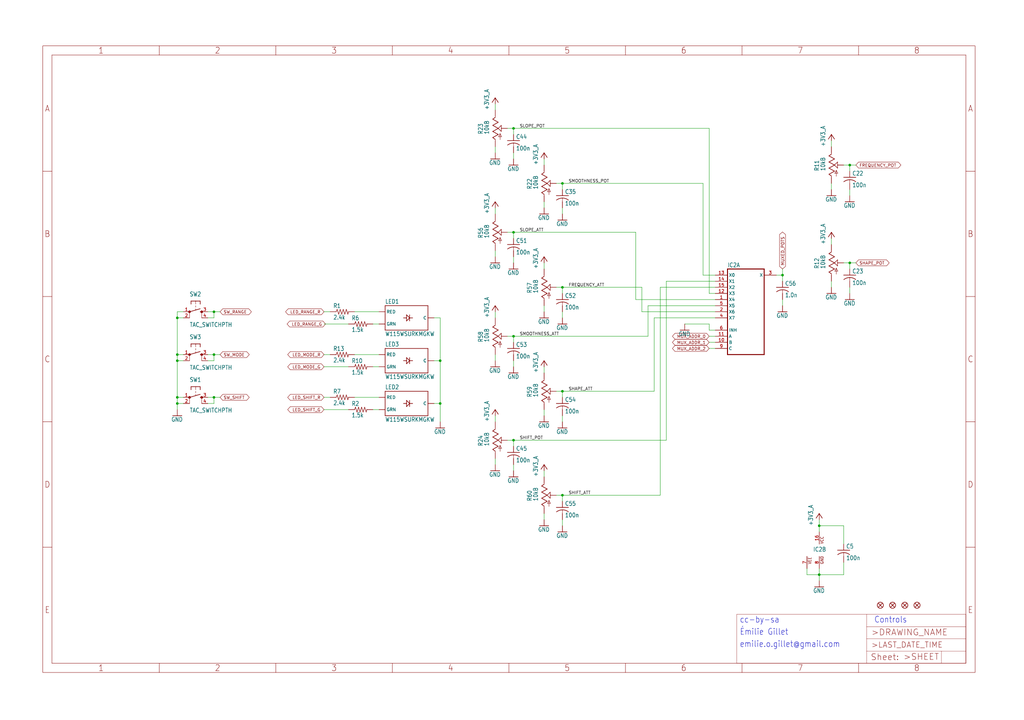
<source format=kicad_sch>
(kicad_sch (version 20211123) (generator eeschema)
  (paper "User" 425.45 299.161)
  (lib_symbols
    (symbol "tides-eagle-import:+3V3_A" (power)
      (property "Value" "+3V3_A" (at -2.54 -5.08 90))
      (symbol "+3V3_A_1_0"
        (polyline (pts (xy 0 0) (xy -1.27 -1.905)) (stroke (width 0.254)))
        (polyline (pts (xy 1.27 -1.905) (xy 0 0)) (stroke (width 0.254)))
        (pin power_in line (at 0 -2.54 90) (length 2.54) (name "+3V3_A") (number "1"))
      )
    )
    (symbol "tides-eagle-import:4051PW"
      (property "Reference" "IC" (at -2.54 -0.635 0))
      (symbol "4051PW_1_0"
        (polyline (pts (xy -7.62 -17.78) (xy 7.62 -17.78)) (stroke (width 0.4064)))
        (polyline (pts (xy -7.62 17.78) (xy -7.62 -17.78)) (stroke (width 0.4064)))
        (polyline (pts (xy 7.62 -17.78) (xy 7.62 17.78)) (stroke (width 0.4064)))
        (polyline (pts (xy 7.62 17.78) (xy -7.62 17.78)) (stroke (width 0.4064)))
        (pin bidirectional line (at -12.7 5.08 0) (length 5.08) (name "X4") (number "1"))
        (pin input line (at -12.7 -12.7 0) (length 5.08) (name "B") (number "10"))
        (pin input line (at -12.7 -10.16 0) (length 5.08) (name "A") (number "11"))
        (pin bidirectional line (at -12.7 7.62 0) (length 5.08) (name "X3") (number "12"))
        (pin bidirectional line (at -12.7 15.24 0) (length 5.08) (name "X0") (number "13"))
        (pin bidirectional line (at -12.7 12.7 0) (length 5.08) (name "X1") (number "14"))
        (pin bidirectional line (at -12.7 10.16 0) (length 5.08) (name "X2") (number "15"))
        (pin bidirectional line (at -12.7 0 0) (length 5.08) (name "X6") (number "2"))
        (pin bidirectional line (at 12.7 15.24 180) (length 5.08) (name "X") (number "3"))
        (pin bidirectional line (at -12.7 -2.54 0) (length 5.08) (name "X7") (number "4"))
        (pin bidirectional line (at -12.7 2.54 0) (length 5.08) (name "X5") (number "5"))
        (pin input line (at -12.7 -7.62 0) (length 5.08) (name "INH") (number "6"))
        (pin input line (at -12.7 -15.24 0) (length 5.08) (name "C") (number "9"))
      )
      (symbol "4051PW_2_0"
        (text "GND" (at 1.905 -5.842 900) (effects (font (size 1.27 1.0795)) (justify left bottom)))
        (text "VCC" (at 1.905 2.54 900) (effects (font (size 1.27 1.0795)) (justify left bottom)))
        (text "VEE" (at -3.175 -5.842 900) (effects (font (size 1.27 1.0795)) (justify left bottom)))
        (pin power_in line (at 0 7.62 270) (length 5.08) (name "VCC") (number "16"))
        (pin power_in line (at -5.08 -7.62 90) (length 5.08) (name "VEE") (number "7"))
        (pin power_in line (at 0 -7.62 90) (length 5.08) (name "GND") (number "8"))
      )
    )
    (symbol "tides-eagle-import:A3L-LOC"
      (symbol "A3L-LOC_1_0"
        (polyline (pts (xy 0 52.07) (xy 3.81 52.07)))
        (polyline (pts (xy 0 104.14) (xy 3.81 104.14)))
        (polyline (pts (xy 0 156.21) (xy 3.81 156.21)))
        (polyline (pts (xy 0 208.28) (xy 3.81 208.28)))
        (polyline (pts (xy 3.81 3.81) (xy 3.81 256.54)))
        (polyline (pts (xy 48.4188 0) (xy 48.4188 3.81)))
        (polyline (pts (xy 48.4188 256.54) (xy 48.4188 260.35)))
        (polyline (pts (xy 96.8375 0) (xy 96.8375 3.81)))
        (polyline (pts (xy 96.8375 256.54) (xy 96.8375 260.35)))
        (polyline (pts (xy 145.2563 0) (xy 145.2563 3.81)))
        (polyline (pts (xy 145.2563 256.54) (xy 145.2563 260.35)))
        (polyline (pts (xy 193.675 0) (xy 193.675 3.81)))
        (polyline (pts (xy 193.675 256.54) (xy 193.675 260.35)))
        (polyline (pts (xy 242.0938 0) (xy 242.0938 3.81)))
        (polyline (pts (xy 242.0938 256.54) (xy 242.0938 260.35)))
        (polyline (pts (xy 288.29 3.81) (xy 288.29 24.13)) (stroke (width 0.1016)))
        (polyline (pts (xy 288.29 3.81) (xy 342.265 3.81)) (stroke (width 0.1016)))
        (polyline (pts (xy 288.29 24.13) (xy 342.265 24.13)) (stroke (width 0.1016)))
        (polyline (pts (xy 290.5125 0) (xy 290.5125 3.81)))
        (polyline (pts (xy 290.5125 256.54) (xy 290.5125 260.35)))
        (polyline (pts (xy 338.9313 0) (xy 338.9313 3.81)))
        (polyline (pts (xy 338.9313 256.54) (xy 338.9313 260.35)))
        (polyline (pts (xy 342.265 3.81) (xy 373.38 3.81)) (stroke (width 0.1016)))
        (polyline (pts (xy 342.265 8.89) (xy 342.265 3.81)) (stroke (width 0.1016)))
        (polyline (pts (xy 342.265 8.89) (xy 342.265 13.97)) (stroke (width 0.1016)))
        (polyline (pts (xy 342.265 13.97) (xy 342.265 19.05)) (stroke (width 0.1016)))
        (polyline (pts (xy 342.265 13.97) (xy 383.54 13.97)) (stroke (width 0.1016)))
        (polyline (pts (xy 342.265 19.05) (xy 342.265 24.13)) (stroke (width 0.1016)))
        (polyline (pts (xy 342.265 19.05) (xy 383.54 19.05)) (stroke (width 0.1016)))
        (polyline (pts (xy 342.265 24.13) (xy 383.54 24.13)) (stroke (width 0.1016)))
        (polyline (pts (xy 373.38 3.81) (xy 373.38 8.89)) (stroke (width 0.1016)))
        (polyline (pts (xy 373.38 3.81) (xy 383.54 3.81)) (stroke (width 0.1016)))
        (polyline (pts (xy 373.38 8.89) (xy 342.265 8.89)) (stroke (width 0.1016)))
        (polyline (pts (xy 373.38 8.89) (xy 383.54 8.89)) (stroke (width 0.1016)))
        (polyline (pts (xy 383.54 3.81) (xy 3.81 3.81)))
        (polyline (pts (xy 383.54 3.81) (xy 383.54 8.89)) (stroke (width 0.1016)))
        (polyline (pts (xy 383.54 3.81) (xy 383.54 256.54)))
        (polyline (pts (xy 383.54 8.89) (xy 383.54 13.97)) (stroke (width 0.1016)))
        (polyline (pts (xy 383.54 13.97) (xy 383.54 19.05)) (stroke (width 0.1016)))
        (polyline (pts (xy 383.54 19.05) (xy 383.54 24.13)) (stroke (width 0.1016)))
        (polyline (pts (xy 383.54 52.07) (xy 387.35 52.07)))
        (polyline (pts (xy 383.54 104.14) (xy 387.35 104.14)))
        (polyline (pts (xy 383.54 156.21) (xy 387.35 156.21)))
        (polyline (pts (xy 383.54 208.28) (xy 387.35 208.28)))
        (polyline (pts (xy 383.54 256.54) (xy 3.81 256.54)))
        (polyline (pts (xy 0 0) (xy 387.35 0) (xy 387.35 260.35) (xy 0 260.35) (xy 0 0)))
        (text "1" (at 24.2094 1.905 0) (effects (font (size 2.54 2.286))))
        (text "1" (at 24.2094 258.445 0) (effects (font (size 2.54 2.286))))
        (text "2" (at 72.6281 1.905 0) (effects (font (size 2.54 2.286))))
        (text "2" (at 72.6281 258.445 0) (effects (font (size 2.54 2.286))))
        (text "3" (at 121.0469 1.905 0) (effects (font (size 2.54 2.286))))
        (text "3" (at 121.0469 258.445 0) (effects (font (size 2.54 2.286))))
        (text "4" (at 169.4656 1.905 0) (effects (font (size 2.54 2.286))))
        (text "4" (at 169.4656 258.445 0) (effects (font (size 2.54 2.286))))
        (text "5" (at 217.8844 1.905 0) (effects (font (size 2.54 2.286))))
        (text "5" (at 217.8844 258.445 0) (effects (font (size 2.54 2.286))))
        (text "6" (at 266.3031 1.905 0) (effects (font (size 2.54 2.286))))
        (text "6" (at 266.3031 258.445 0) (effects (font (size 2.54 2.286))))
        (text "7" (at 314.7219 1.905 0) (effects (font (size 2.54 2.286))))
        (text "7" (at 314.7219 258.445 0) (effects (font (size 2.54 2.286))))
        (text "8" (at 363.1406 1.905 0) (effects (font (size 2.54 2.286))))
        (text "8" (at 363.1406 258.445 0) (effects (font (size 2.54 2.286))))
        (text ">DRAWING_NAME" (at 344.17 15.24 0) (effects (font (size 2.54 2.54)) (justify left bottom)))
        (text ">LAST_DATE_TIME" (at 344.17 10.16 0) (effects (font (size 2.286 2.286)) (justify left bottom)))
        (text ">SHEET" (at 357.505 5.08 0) (effects (font (size 2.54 2.54)) (justify left bottom)))
        (text "A" (at 1.905 234.315 0) (effects (font (size 2.54 2.286))))
        (text "A" (at 385.445 234.315 0) (effects (font (size 2.54 2.286))))
        (text "B" (at 1.905 182.245 0) (effects (font (size 2.54 2.286))))
        (text "B" (at 385.445 182.245 0) (effects (font (size 2.54 2.286))))
        (text "C" (at 1.905 130.175 0) (effects (font (size 2.54 2.286))))
        (text "C" (at 385.445 130.175 0) (effects (font (size 2.54 2.286))))
        (text "D" (at 1.905 78.105 0) (effects (font (size 2.54 2.286))))
        (text "D" (at 385.445 78.105 0) (effects (font (size 2.54 2.286))))
        (text "E" (at 1.905 26.035 0) (effects (font (size 2.54 2.286))))
        (text "E" (at 385.445 26.035 0) (effects (font (size 2.54 2.286))))
        (text "Sheet:" (at 343.916 4.953 0) (effects (font (size 2.54 2.54)) (justify left bottom)))
      )
    )
    (symbol "tides-eagle-import:C-USC0402"
      (property "Reference" "C" (at 1.016 0.635 0))
      (property "Value" "C-USC0402" (at 1.016 -4.191 0))
      (symbol "C-USC0402_1_0"
        (arc (start 0 -1.0161) (mid -1.302 -1.2303) (end -2.4668 -1.8504) (stroke (width 0.254)))
        (polyline (pts (xy -2.54 0) (xy 2.54 0)) (stroke (width 0.254)))
        (polyline (pts (xy 0 -1.016) (xy 0 -2.54)) (stroke (width 0.1524)))
        (arc (start 2.4892 -1.8542) (mid 1.3158 -1.2195) (end 0 -1) (stroke (width 0.254)))
        (pin passive line (at 0 2.54 270) (length 2.54) (name "1") (number "1"))
        (pin passive line (at 0 -5.08 90) (length 2.54) (name "2") (number "2"))
      )
    )
    (symbol "tides-eagle-import:FIDUCIAL1X2"
      (symbol "FIDUCIAL1X2_1_0"
        (polyline (pts (xy -0.762 0.762) (xy 0.762 -0.762)) (stroke (width 0.254)))
        (polyline (pts (xy 0.762 0.762) (xy -0.762 -0.762)) (stroke (width 0.254)))
        (circle (center 0 0) (radius 1.27) (stroke (width 0.254)))
      )
    )
    (symbol "tides-eagle-import:GND" (power)
      (property "Value" "GND" (at -2.54 -2.54 0))
      (symbol "GND_1_0"
        (polyline (pts (xy -1.905 0) (xy 1.905 0)) (stroke (width 0.254)))
        (pin power_in line (at 0 2.54 270) (length 2.54) (name "GND") (number "1"))
      )
    )
    (symbol "tides-eagle-import:LED-BICOLOR-THROUGHHOLE2.54"
      (property "Reference" "LED" (at -7.62 5.842 0))
      (property "Value" "LED-BICOLOR-THROUGHHOLE2.54" (at -7.62 -7.62 0))
      (symbol "LED-BICOLOR-THROUGHHOLE2.54_1_0"
        (polyline (pts (xy -7.62 -5.08) (xy -7.62 5.08)) (stroke (width 0.254)))
        (polyline (pts (xy -7.62 5.08) (xy 10.16 5.08)) (stroke (width 0.254)))
        (polyline (pts (xy 1.27 -1.27) (xy 2.54 0)) (stroke (width 0.254)))
        (polyline (pts (xy 1.27 0) (xy 0 0)) (stroke (width 0.254)))
        (polyline (pts (xy 1.27 0) (xy 1.27 -1.27)) (stroke (width 0.254)))
        (polyline (pts (xy 1.27 1.27) (xy 1.27 0)) (stroke (width 0.254)))
        (polyline (pts (xy 2.54 0) (xy 1.27 1.27)) (stroke (width 0.254)))
        (polyline (pts (xy 2.54 0) (xy 2.54 -1.27)) (stroke (width 0.254)))
        (polyline (pts (xy 2.54 0) (xy 3.81 0)) (stroke (width 0.254)))
        (polyline (pts (xy 2.54 1.27) (xy 2.54 0)) (stroke (width 0.254)))
        (polyline (pts (xy 10.16 -5.08) (xy -7.62 -5.08)) (stroke (width 0.254)))
        (polyline (pts (xy 10.16 5.08) (xy 10.16 -5.08)) (stroke (width 0.254)))
        (pin bidirectional line (at -10.16 -2.54 0) (length 2.54) (name "GRN") (number "1"))
        (pin bidirectional line (at 12.7 0 180) (length 2.54) (name "C") (number "2"))
        (pin bidirectional line (at -10.16 2.54 0) (length 2.54) (name "RED") (number "3"))
      )
    )
    (symbol "tides-eagle-import:POT_USVERTICAL"
      (property "Reference" "R" (at -5.08 -2.54 90))
      (property "Value" "POT_USVERTICAL" (at -2.54 -2.54 90))
      (symbol "POT_USVERTICAL_1_0"
        (polyline (pts (xy -1.016 -3.81) (xy 1.27 -2.54)) (stroke (width 0.254)))
        (polyline (pts (xy -1.016 -1.27) (xy 1.27 0)) (stroke (width 0.254)))
        (polyline (pts (xy -1.016 1.27) (xy 1.27 2.54)) (stroke (width 0.254)))
        (polyline (pts (xy -1.016 3.81) (xy 0 4.572)) (stroke (width 0.254)))
        (polyline (pts (xy 0 -5.08) (xy 0 -4.572)) (stroke (width 0.1524)))
        (polyline (pts (xy 0 -4.572) (xy -1.016 -3.81)) (stroke (width 0.254)))
        (polyline (pts (xy 0 4.572) (xy 0 5.08)) (stroke (width 0.1524)))
        (polyline (pts (xy 1.27 -2.54) (xy -1.016 -1.27)) (stroke (width 0.254)))
        (polyline (pts (xy 1.27 0) (xy -1.016 1.27)) (stroke (width 0.254)))
        (polyline (pts (xy 1.27 0) (xy 2.54 1.27)) (stroke (width 0.2032)))
        (polyline (pts (xy 1.27 2.54) (xy -1.016 3.81)) (stroke (width 0.254)))
        (polyline (pts (xy 1.397 -3.429) (xy 2.032 -2.159)) (stroke (width 0.1524)))
        (polyline (pts (xy 2.032 -4.699) (xy 2.032 -2.159)) (stroke (width 0.1524)))
        (polyline (pts (xy 2.032 -2.159) (xy 2.667 -3.429)) (stroke (width 0.1524)))
        (polyline (pts (xy 2.54 -1.27) (xy 1.27 0)) (stroke (width 0.2032)))
        (polyline (pts (xy 2.54 1.27) (xy 2.54 -1.27)) (stroke (width 0.2032)))
        (polyline (pts (xy 2.667 -3.429) (xy 1.397 -3.429)) (stroke (width 0.1524)))
        (pin passive line (at 0 7.62 270) (length 2.54) (name "E") (number "P$1"))
        (pin passive line (at 5.08 0 180) (length 2.54) (name "S") (number "P$2"))
        (pin passive line (at 0 -7.62 90) (length 2.54) (name "A") (number "P$3"))
      )
    )
    (symbol "tides-eagle-import:POT_USVERTICAL_PS"
      (property "Reference" "R" (at -5.08 -2.54 90))
      (property "Value" "POT_USVERTICAL_PS" (at -2.54 -2.54 90))
      (symbol "POT_USVERTICAL_PS_1_0"
        (polyline (pts (xy -1.016 -3.81) (xy 1.27 -2.54)) (stroke (width 0.254)))
        (polyline (pts (xy -1.016 -1.27) (xy 1.27 0)) (stroke (width 0.254)))
        (polyline (pts (xy -1.016 1.27) (xy 1.27 2.54)) (stroke (width 0.254)))
        (polyline (pts (xy -1.016 3.81) (xy 0 4.572)) (stroke (width 0.254)))
        (polyline (pts (xy 0 -5.08) (xy 0 -4.572)) (stroke (width 0.1524)))
        (polyline (pts (xy 0 -4.572) (xy -1.016 -3.81)) (stroke (width 0.254)))
        (polyline (pts (xy 0 4.572) (xy 0 5.08)) (stroke (width 0.1524)))
        (polyline (pts (xy 1.27 -2.54) (xy -1.016 -1.27)) (stroke (width 0.254)))
        (polyline (pts (xy 1.27 0) (xy -1.016 1.27)) (stroke (width 0.254)))
        (polyline (pts (xy 1.27 0) (xy 2.54 1.27)) (stroke (width 0.2032)))
        (polyline (pts (xy 1.27 2.54) (xy -1.016 3.81)) (stroke (width 0.254)))
        (polyline (pts (xy 1.397 -3.429) (xy 2.032 -2.159)) (stroke (width 0.1524)))
        (polyline (pts (xy 2.032 -4.699) (xy 2.032 -2.159)) (stroke (width 0.1524)))
        (polyline (pts (xy 2.032 -2.159) (xy 2.667 -3.429)) (stroke (width 0.1524)))
        (polyline (pts (xy 2.54 -1.27) (xy 1.27 0)) (stroke (width 0.2032)))
        (polyline (pts (xy 2.54 1.27) (xy 2.54 -1.27)) (stroke (width 0.2032)))
        (polyline (pts (xy 2.667 -3.429) (xy 1.397 -3.429)) (stroke (width 0.1524)))
        (pin passive line (at 0 7.62 270) (length 2.54) (name "E") (number "P$1"))
        (pin passive line (at 5.08 0 180) (length 2.54) (name "S") (number "P$2"))
        (pin passive line (at 0 -7.62 90) (length 2.54) (name "A") (number "P$3"))
      )
    )
    (symbol "tides-eagle-import:R-US_R0402"
      (property "Reference" "R" (at -3.81 1.4986 0))
      (property "Value" "R-US_R0402" (at -3.81 -3.302 0))
      (symbol "R-US_R0402_1_0"
        (polyline (pts (xy -2.54 0) (xy -2.159 1.016)) (stroke (width 0.2032)))
        (polyline (pts (xy -2.159 1.016) (xy -1.524 -1.016)) (stroke (width 0.2032)))
        (polyline (pts (xy -1.524 -1.016) (xy -0.889 1.016)) (stroke (width 0.2032)))
        (polyline (pts (xy -0.889 1.016) (xy -0.254 -1.016)) (stroke (width 0.2032)))
        (polyline (pts (xy -0.254 -1.016) (xy 0.381 1.016)) (stroke (width 0.2032)))
        (polyline (pts (xy 0.381 1.016) (xy 1.016 -1.016)) (stroke (width 0.2032)))
        (polyline (pts (xy 1.016 -1.016) (xy 1.651 1.016)) (stroke (width 0.2032)))
        (polyline (pts (xy 1.651 1.016) (xy 2.286 -1.016)) (stroke (width 0.2032)))
        (polyline (pts (xy 2.286 -1.016) (xy 2.54 0)) (stroke (width 0.2032)))
        (pin passive line (at -5.08 0 0) (length 2.54) (name "1") (number "1"))
        (pin passive line (at 5.08 0 180) (length 2.54) (name "2") (number "2"))
      )
    )
    (symbol "tides-eagle-import:TAC_SWITCHPTH"
      (property "Reference" "S" (at -2.54 6.35 0))
      (property "Value" "TAC_SWITCHPTH" (at -2.54 -6.35 0))
      (symbol "TAC_SWITCHPTH_1_0"
        (circle (center -2.54 0) (radius 0.127) (stroke (width 0.4064)))
        (polyline (pts (xy -2.54 -2.54) (xy -2.54 0)) (stroke (width 0.1524)))
        (polyline (pts (xy -2.54 0) (xy 1.905 1.27)) (stroke (width 0.254)))
        (polyline (pts (xy -1.905 4.445) (xy -1.905 3.175)) (stroke (width 0.254)))
        (polyline (pts (xy 0 1.27) (xy 0 0.635)) (stroke (width 0.1524)))
        (polyline (pts (xy 0 2.54) (xy 0 1.905)) (stroke (width 0.1524)))
        (polyline (pts (xy 0 4.445) (xy -1.905 4.445)) (stroke (width 0.254)))
        (polyline (pts (xy 0 4.445) (xy 0 3.175)) (stroke (width 0.1524)))
        (polyline (pts (xy 1.905 0) (xy 2.54 0)) (stroke (width 0.254)))
        (polyline (pts (xy 1.905 4.445) (xy 0 4.445)) (stroke (width 0.254)))
        (polyline (pts (xy 1.905 4.445) (xy 1.905 3.175)) (stroke (width 0.254)))
        (polyline (pts (xy 2.54 -2.54) (xy 2.54 0)) (stroke (width 0.1524)))
        (circle (center 2.54 0) (radius 0.127) (stroke (width 0.4064)))
        (pin passive line (at -5.08 0 0) (length 2.54) (name "1") (number "1"))
        (pin passive line (at -5.08 -2.54 0) (length 2.54) (name "2") (number "2"))
        (pin passive line (at 5.08 0 180) (length 2.54) (name "3") (number "3"))
        (pin passive line (at 5.08 -2.54 180) (length 2.54) (name "4") (number "4"))
      )
    )
  )
  (junction (at 340.36 218.44))
  (junction (at 353.06 68.58))
  (junction (at 233.68 76.2))
  (junction (at 73.66 149.86))
  (junction (at 353.06 109.22))
  (junction (at 213.36 96.52))
  (junction (at 213.36 182.88))
  (junction (at 88.9 129.54))
  (junction (at 213.36 53.34))
  (junction (at 233.68 162.56))
  (junction (at 73.66 132.08))
  (junction (at 88.9 165.1))
  (junction (at 233.68 205.74))
  (junction (at 182.88 167.64))
  (junction (at 325.12 114.3))
  (junction (at 73.66 147.32))
  (junction (at 88.9 147.32))
  (junction (at 73.66 165.1))
  (junction (at 213.36 139.7))
  (junction (at 233.68 119.38))
  (junction (at 340.36 238.76))
  (junction (at 182.88 149.86))
  (junction (at 73.66 167.64))
  (wire (pts (xy 86.36 167.64) (xy 88.9 167.64)))
  (wire (pts (xy 233.68 78.74) (xy 233.68 76.2)))
  (wire (pts (xy 231.14 162.56) (xy 233.68 162.56)))
  (wire (pts (xy 182.88 175.26) (xy 182.88 167.64)))
  (wire (pts (xy 76.2 147.32) (xy 73.66 147.32)))
  (wire (pts (xy 226.06 111.76) (xy 226.06 109.22)))
  (wire (pts (xy 335.28 236.22) (xy 335.28 238.76)))
  (wire (pts (xy 264.16 96.52) (xy 264.16 124.46)))
  (wire (pts (xy 233.68 121.92) (xy 233.68 119.38)))
  (wire (pts (xy 134.62 134.62) (xy 144.78 134.62)))
  (wire (pts (xy 205.74 132.08) (xy 205.74 129.54)))
  (wire (pts (xy 292.1 76.2) (xy 292.1 114.3)))
  (wire (pts (xy 292.1 114.3) (xy 297.18 114.3)))
  (wire (pts (xy 213.36 139.7) (xy 269.24 139.7)))
  (wire (pts (xy 353.06 71.12) (xy 353.06 68.58)))
  (wire (pts (xy 86.36 132.08) (xy 88.9 132.08)))
  (wire (pts (xy 226.06 154.94) (xy 226.06 152.4)))
  (wire (pts (xy 264.16 124.46) (xy 297.18 124.46)))
  (wire (pts (xy 226.06 127) (xy 226.06 129.54)))
  (wire (pts (xy 88.9 147.32) (xy 91.44 147.32)))
  (wire (pts (xy 340.36 218.44) (xy 340.36 215.9)))
  (wire (pts (xy 88.9 165.1) (xy 91.44 165.1)))
  (wire (pts (xy 233.68 76.2) (xy 292.1 76.2)))
  (wire (pts (xy 325.12 124.46) (xy 325.12 127)))
  (wire (pts (xy 205.74 45.72) (xy 205.74 43.18)))
  (wire (pts (xy 340.36 238.76) (xy 350.52 238.76)))
  (wire (pts (xy 147.32 147.32) (xy 157.48 147.32)))
  (wire (pts (xy 137.16 165.1) (xy 134.62 165.1)))
  (wire (pts (xy 210.82 139.7) (xy 213.36 139.7)))
  (wire (pts (xy 226.06 198.12) (xy 226.06 195.58)))
  (wire (pts (xy 147.32 165.1) (xy 157.48 165.1)))
  (wire (pts (xy 294.64 121.92) (xy 297.18 121.92)))
  (wire (pts (xy 233.68 172.72) (xy 233.68 175.26)))
  (wire (pts (xy 213.36 149.86) (xy 213.36 152.4)))
  (wire (pts (xy 213.36 53.34) (xy 294.64 53.34)))
  (wire (pts (xy 345.44 60.96) (xy 345.44 58.42)))
  (wire (pts (xy 350.52 218.44) (xy 350.52 226.06)))
  (wire (pts (xy 297.18 142.24) (xy 294.64 142.24)))
  (wire (pts (xy 276.86 182.88) (xy 276.86 116.84)))
  (wire (pts (xy 73.66 167.64) (xy 73.66 170.18)))
  (wire (pts (xy 73.66 167.64) (xy 76.2 167.64)))
  (wire (pts (xy 137.16 129.54) (xy 134.62 129.54)))
  (wire (pts (xy 350.52 218.44) (xy 340.36 218.44)))
  (wire (pts (xy 88.9 167.64) (xy 88.9 165.1)))
  (wire (pts (xy 134.62 170.18) (xy 144.78 170.18)))
  (wire (pts (xy 345.44 101.6) (xy 345.44 99.06)))
  (wire (pts (xy 213.36 55.88) (xy 213.36 53.34)))
  (wire (pts (xy 86.36 165.1) (xy 88.9 165.1)))
  (wire (pts (xy 147.32 129.54) (xy 157.48 129.54)))
  (wire (pts (xy 213.36 142.24) (xy 213.36 139.7)))
  (wire (pts (xy 271.78 132.08) (xy 297.18 132.08)))
  (wire (pts (xy 213.36 182.88) (xy 276.86 182.88)))
  (wire (pts (xy 233.68 208.28) (xy 233.68 205.74)))
  (wire (pts (xy 213.36 106.68) (xy 213.36 109.22)))
  (wire (pts (xy 350.52 109.22) (xy 353.06 109.22)))
  (wire (pts (xy 233.68 165.1) (xy 233.68 162.56)))
  (wire (pts (xy 233.68 129.54) (xy 233.68 132.08)))
  (wire (pts (xy 226.06 170.18) (xy 226.06 172.72)))
  (wire (pts (xy 210.82 53.34) (xy 213.36 53.34)))
  (wire (pts (xy 233.68 215.9) (xy 233.68 218.44)))
  (wire (pts (xy 266.7 119.38) (xy 266.7 129.54)))
  (wire (pts (xy 86.36 147.32) (xy 88.9 147.32)))
  (wire (pts (xy 340.36 241.3) (xy 340.36 238.76)))
  (wire (pts (xy 73.66 129.54) (xy 73.66 132.08)))
  (wire (pts (xy 345.44 76.2) (xy 345.44 78.74)))
  (wire (pts (xy 231.14 119.38) (xy 233.68 119.38)))
  (wire (pts (xy 266.7 129.54) (xy 297.18 129.54)))
  (wire (pts (xy 294.64 134.62) (xy 284.48 134.62)))
  (wire (pts (xy 213.36 63.5) (xy 213.36 66.04)))
  (wire (pts (xy 231.14 76.2) (xy 233.68 76.2)))
  (wire (pts (xy 350.52 68.58) (xy 353.06 68.58)))
  (wire (pts (xy 226.06 68.58) (xy 226.06 66.04)))
  (wire (pts (xy 134.62 152.4) (xy 144.78 152.4)))
  (wire (pts (xy 233.68 162.56) (xy 271.78 162.56)))
  (wire (pts (xy 322.58 114.3) (xy 325.12 114.3)))
  (wire (pts (xy 297.18 144.78) (xy 294.64 144.78)))
  (wire (pts (xy 73.66 132.08) (xy 73.66 147.32)))
  (wire (pts (xy 76.2 165.1) (xy 73.66 165.1)))
  (wire (pts (xy 269.24 127) (xy 297.18 127)))
  (wire (pts (xy 180.34 132.08) (xy 182.88 132.08)))
  (wire (pts (xy 210.82 182.88) (xy 213.36 182.88)))
  (wire (pts (xy 213.36 193.04) (xy 213.36 195.58)))
  (wire (pts (xy 205.74 88.9) (xy 205.74 86.36)))
  (wire (pts (xy 340.36 220.98) (xy 340.36 218.44)))
  (wire (pts (xy 350.52 233.68) (xy 350.52 238.76)))
  (wire (pts (xy 88.9 149.86) (xy 88.9 147.32)))
  (wire (pts (xy 297.18 139.7) (xy 294.64 139.7)))
  (wire (pts (xy 276.86 116.84) (xy 297.18 116.84)))
  (wire (pts (xy 205.74 190.5) (xy 205.74 193.04)))
  (wire (pts (xy 205.74 147.32) (xy 205.74 149.86)))
  (wire (pts (xy 76.2 129.54) (xy 73.66 129.54)))
  (wire (pts (xy 233.68 86.36) (xy 233.68 88.9)))
  (wire (pts (xy 210.82 96.52) (xy 213.36 96.52)))
  (wire (pts (xy 353.06 78.74) (xy 353.06 81.28)))
  (wire (pts (xy 182.88 149.86) (xy 182.88 132.08)))
  (wire (pts (xy 182.88 149.86) (xy 182.88 167.64)))
  (wire (pts (xy 154.94 134.62) (xy 157.48 134.62)))
  (wire (pts (xy 297.18 137.16) (xy 294.64 137.16)))
  (wire (pts (xy 76.2 149.86) (xy 73.66 149.86)))
  (wire (pts (xy 213.36 99.06) (xy 213.36 96.52)))
  (wire (pts (xy 180.34 149.86) (xy 182.88 149.86)))
  (wire (pts (xy 86.36 149.86) (xy 88.9 149.86)))
  (wire (pts (xy 205.74 60.96) (xy 205.74 63.5)))
  (wire (pts (xy 294.64 137.16) (xy 294.64 134.62)))
  (wire (pts (xy 325.12 116.84) (xy 325.12 114.3)))
  (wire (pts (xy 353.06 68.58) (xy 355.6 68.58)))
  (wire (pts (xy 233.68 205.74) (xy 274.32 205.74)))
  (wire (pts (xy 353.06 119.38) (xy 353.06 121.92)))
  (wire (pts (xy 180.34 167.64) (xy 182.88 167.64)))
  (wire (pts (xy 340.36 238.76) (xy 340.36 236.22)))
  (wire (pts (xy 325.12 114.3) (xy 325.12 111.76)))
  (wire (pts (xy 353.06 111.76) (xy 353.06 109.22)))
  (wire (pts (xy 73.66 132.08) (xy 76.2 132.08)))
  (wire (pts (xy 271.78 162.56) (xy 271.78 132.08)))
  (wire (pts (xy 213.36 185.42) (xy 213.36 182.88)))
  (wire (pts (xy 86.36 129.54) (xy 88.9 129.54)))
  (wire (pts (xy 88.9 132.08) (xy 88.9 129.54)))
  (wire (pts (xy 213.36 96.52) (xy 264.16 96.52)))
  (wire (pts (xy 274.32 205.74) (xy 274.32 119.38)))
  (wire (pts (xy 73.66 149.86) (xy 73.66 165.1)))
  (wire (pts (xy 335.28 238.76) (xy 340.36 238.76)))
  (wire (pts (xy 345.44 116.84) (xy 345.44 119.38)))
  (wire (pts (xy 154.94 152.4) (xy 157.48 152.4)))
  (wire (pts (xy 73.66 147.32) (xy 73.66 149.86)))
  (wire (pts (xy 137.16 147.32) (xy 134.62 147.32)))
  (wire (pts (xy 154.94 170.18) (xy 157.48 170.18)))
  (wire (pts (xy 294.64 53.34) (xy 294.64 121.92)))
  (wire (pts (xy 231.14 205.74) (xy 233.68 205.74)))
  (wire (pts (xy 205.74 175.26) (xy 205.74 172.72)))
  (wire (pts (xy 73.66 165.1) (xy 73.66 167.64)))
  (wire (pts (xy 88.9 129.54) (xy 91.44 129.54)))
  (wire (pts (xy 233.68 119.38) (xy 266.7 119.38)))
  (wire (pts (xy 205.74 104.14) (xy 205.74 106.68)))
  (wire (pts (xy 226.06 83.82) (xy 226.06 86.36)))
  (wire (pts (xy 274.32 119.38) (xy 297.18 119.38)))
  (wire (pts (xy 353.06 109.22) (xy 355.6 109.22)))
  (wire (pts (xy 226.06 213.36) (xy 226.06 215.9)))
  (wire (pts (xy 269.24 139.7) (xy 269.24 127)))
  (text "Émilie Gillet" (at 307.34 264.16 180) (effects (font (size 2.54 2.159)) (justify left bottom)))
  (text "emilie.o.gillet@gmail.com" (at 307.34 269.24 180) (effects (font (size 2.54 2.159)) (justify left bottom)))
  (text "cc-by-sa" (at 307.34 259.08 180) (effects (font (size 2.54 2.159)) (justify left bottom)))
  (text "Controls" (at 363.22 259.08 180) (effects (font (size 2.54 2.159)) (justify left bottom)))
  (label "SHIFT_POT" (at 215.9 182.88 0) (effects (font (size 1.2446 1.2446))))
  (label "SMOOTHNESS_ATT" (at 215.9 139.7 0) (effects (font (size 1.2446 1.2446))))
  (label "FREQUENCY_ATT" (at 236.22 119.38 0) (effects (font (size 1.2446 1.2446))))
  (label "SHIFT_ATT" (at 236.22 205.74 0) (effects (font (size 1.2446 1.2446))))
  (label "SLOPE_POT" (at 215.9 53.34 0) (effects (font (size 1.2446 1.2446))))
  (label "SLOPE_ATT" (at 215.9 96.52 0) (effects (font (size 1.2446 1.2446))))
  (label "SHAPE_ATT" (at 236.22 162.56 0) (effects (font (size 1.2446 1.2446))))
  (label "SMOOTHNESS_POT" (at 236.22 76.2 0) (effects (font (size 1.2446 1.2446))))
  (global_label "SW_MODE" (shape bidirectional) (at 91.44 147.32 0) (effects (font (size 1.2446 1.2446))) (property "Intersheet References" "${INTERSHEET_REFS}" (effects hide)))
  (global_label "FREQUENCY_POT" (shape bidirectional) (at 355.6 68.58 0) (effects (font (size 1.2446 1.2446))) (property "Intersheet References" "${INTERSHEET_REFS}" (effects hide)))
  (global_label "SHAPE_POT" (shape bidirectional) (at 355.6 109.22 0) (effects (font (size 1.2446 1.2446))) (property "Intersheet References" "${INTERSHEET_REFS}" (effects hide)))
  (global_label "LED_MODE_G" (shape bidirectional) (at 134.62 152.4 180) (effects (font (size 1.2446 1.2446))) (property "Intersheet References" "${INTERSHEET_REFS}" (effects hide)))
  (global_label "MUX_ADDR_0" (shape bidirectional) (at 294.64 139.7 180) (effects (font (size 1.2446 1.2446))) (property "Intersheet References" "${INTERSHEET_REFS}" (effects hide)))
  (global_label "LED_SHIFT_R" (shape bidirectional) (at 134.62 165.1 180) (effects (font (size 1.2446 1.2446))) (property "Intersheet References" "${INTERSHEET_REFS}" (effects hide)))
  (global_label "MUX_ADDR_1" (shape bidirectional) (at 294.64 142.24 180) (effects (font (size 1.2446 1.2446))) (property "Intersheet References" "${INTERSHEET_REFS}" (effects hide)))
  (global_label "LED_RANGE_R" (shape bidirectional) (at 134.62 129.54 180) (effects (font (size 1.2446 1.2446))) (property "Intersheet References" "${INTERSHEET_REFS}" (effects hide)))
  (global_label "MUXED_POTS" (shape bidirectional) (at 325.12 111.76 90) (effects (font (size 1.2446 1.2446))) (property "Intersheet References" "${INTERSHEET_REFS}" (effects hide)))
  (global_label "LED_SHIFT_G" (shape bidirectional) (at 134.62 170.18 180) (effects (font (size 1.2446 1.2446))) (property "Intersheet References" "${INTERSHEET_REFS}" (effects hide)))
  (global_label "LED_RANGE_G" (shape bidirectional) (at 135.255 134.62 180) (effects (font (size 1.2446 1.2446))) (property "Intersheet References" "${INTERSHEET_REFS}" (effects hide)))
  (global_label "SW_SHIFT" (shape bidirectional) (at 91.44 165.1 0) (effects (font (size 1.2446 1.2446))) (property "Intersheet References" "${INTERSHEET_REFS}" (effects hide)))
  (global_label "LED_MODE_R" (shape bidirectional) (at 134.62 147.32 180) (effects (font (size 1.2446 1.2446))) (property "Intersheet References" "${INTERSHEET_REFS}" (effects hide)))
  (global_label "SW_RANGE" (shape bidirectional) (at 91.44 129.54 0) (effects (font (size 1.2446 1.2446))) (property "Intersheet References" "${INTERSHEET_REFS}" (effects hide)))
  (global_label "MUX_ADDR_2" (shape bidirectional) (at 294.64 144.78 180) (effects (font (size 1.2446 1.2446))) (property "Intersheet References" "${INTERSHEET_REFS}" (effects hide)))
  (symbol (lib_id "tides-eagle-import:GND") (at 226.06 88.9 0) (unit 1)
    (property "Reference" "#GND063" (effects hide))
    (property "Value" "GND" (at 223.52 91.44 0) (effects (font (size 1.778 1.5113)) (justify left bottom)))
    (property "Footprint" "tides:" (effects hide))
  )
  (symbol (lib_id "tides-eagle-import:+3V3_A") (at 345.44 96.52 0) (unit 1)
    (property "Reference" "#+3V017" (effects hide))
    (property "Value" "+3V3_A" (at 342.9 101.6 90) (effects (font (size 1.778 1.5113)) (justify left bottom)))
    (property "Footprint" "tides:" (effects hide))
  )
  (symbol (lib_id "tides-eagle-import:GND") (at 213.36 68.58 0) (unit 1)
    (property "Reference" "#GND070" (effects hide))
    (property "Value" "GND" (at 210.82 71.12 0) (effects (font (size 1.778 1.5113)) (justify left bottom)))
    (property "Footprint" "tides:" (effects hide))
  )
  (symbol (lib_id "tides-eagle-import:GND") (at 213.36 154.94 0) (unit 1)
    (property "Reference" "#GND087" (effects hide))
    (property "Value" "GND" (at 210.82 157.48 0) (effects (font (size 1.778 1.5113)) (justify left bottom)))
    (property "Footprint" "tides:" (effects hide))
  )
  (symbol (lib_id "tides-eagle-import:POT_USVERTICAL_PS") (at 205.74 182.88 0) (unit 1)
    (property "Reference" "R24" (at 200.66 185.42 90) (effects (font (size 1.778 1.5113)) (justify left bottom)))
    (property "Value" "10kB" (at 203.2 185.42 90) (effects (font (size 1.778 1.5113)) (justify left bottom)))
    (property "Footprint" "tides:ALPS_POT_VERTICAL_PS" (effects hide))
  )
  (symbol (lib_id "tides-eagle-import:GND") (at 205.74 66.04 0) (unit 1)
    (property "Reference" "#GND088" (effects hide))
    (property "Value" "GND" (at 203.2 68.58 0) (effects (font (size 1.778 1.5113)) (justify left bottom)))
    (property "Footprint" "tides:" (effects hide))
  )
  (symbol (lib_id "tides-eagle-import:POT_USVERTICAL_PS") (at 226.06 76.2 0) (unit 1)
    (property "Reference" "R22" (at 220.98 78.74 90) (effects (font (size 1.778 1.5113)) (justify left bottom)))
    (property "Value" "10kB" (at 223.52 78.74 90) (effects (font (size 1.778 1.5113)) (justify left bottom)))
    (property "Footprint" "tides:ALPS_POT_VERTICAL_PS" (effects hide))
  )
  (symbol (lib_id "tides-eagle-import:C-USC0402") (at 233.68 81.28 0) (unit 1)
    (property "Reference" "C35" (at 234.696 80.645 0) (effects (font (size 1.778 1.5113)) (justify left bottom)))
    (property "Value" "100n" (at 234.696 85.471 0) (effects (font (size 1.778 1.5113)) (justify left bottom)))
    (property "Footprint" "tides:C0402" (effects hide))
  )
  (symbol (lib_id "tides-eagle-import:GND") (at 205.74 109.22 0) (unit 1)
    (property "Reference" "#GND018" (effects hide))
    (property "Value" "GND" (at 203.2 111.76 0) (effects (font (size 1.778 1.5113)) (justify left bottom)))
    (property "Footprint" "tides:" (effects hide))
  )
  (symbol (lib_id "tides-eagle-import:+3V3_A") (at 226.06 193.04 0) (unit 1)
    (property "Reference" "#+3V014" (effects hide))
    (property "Value" "+3V3_A" (at 223.52 198.12 90) (effects (font (size 1.778 1.5113)) (justify left bottom)))
    (property "Footprint" "tides:" (effects hide))
  )
  (symbol (lib_id "tides-eagle-import:R-US_R0402") (at 142.24 165.1 0) (unit 1)
    (property "Reference" "R7" (at 138.43 163.6014 0) (effects (font (size 1.778 1.5113)) (justify left bottom)))
    (property "Value" "2.4k" (at 138.43 168.402 0) (effects (font (size 1.778 1.5113)) (justify left bottom)))
    (property "Footprint" "tides:R0402" (effects hide))
  )
  (symbol (lib_id "tides-eagle-import:POT_USVERTICAL_PS") (at 345.44 68.58 0) (unit 1)
    (property "Reference" "R11" (at 340.36 71.12 90) (effects (font (size 1.778 1.5113)) (justify left bottom)))
    (property "Value" "10kB" (at 342.9 71.12 90) (effects (font (size 1.778 1.5113)) (justify left bottom)))
    (property "Footprint" "tides:ALPS_POT_VERTICAL_PS" (effects hide))
  )
  (symbol (lib_id "tides-eagle-import:GND") (at 205.74 152.4 0) (unit 1)
    (property "Reference" "#GND019" (effects hide))
    (property "Value" "GND" (at 203.2 154.94 0) (effects (font (size 1.778 1.5113)) (justify left bottom)))
    (property "Footprint" "tides:" (effects hide))
  )
  (symbol (lib_id "tides-eagle-import:GND") (at 340.36 243.84 0) (unit 1)
    (property "Reference" "#GND066" (effects hide))
    (property "Value" "GND" (at 337.82 246.38 0) (effects (font (size 1.778 1.5113)) (justify left bottom)))
    (property "Footprint" "tides:" (effects hide))
  )
  (symbol (lib_id "tides-eagle-import:GND") (at 233.68 220.98 0) (unit 1)
    (property "Reference" "#GND091" (effects hide))
    (property "Value" "GND" (at 231.14 223.52 0) (effects (font (size 1.778 1.5113)) (justify left bottom)))
    (property "Footprint" "tides:" (effects hide))
  )
  (symbol (lib_id "tides-eagle-import:4051PW") (at 340.36 228.6 0) (unit 2)
    (property "Reference" "IC2" (at 337.82 229.235 0) (effects (font (size 1.778 1.5113)) (justify left bottom)))
    (property "Value" "4051PW" (effects hide))
    (property "Footprint" "tides:TSSOP16_065" (effects hide))
  )
  (symbol (lib_id "tides-eagle-import:C-USC0402") (at 325.12 119.38 0) (unit 1)
    (property "Reference" "C56" (at 326.136 118.745 0) (effects (font (size 1.778 1.5113)) (justify left bottom)))
    (property "Value" "1.0n" (at 326.136 123.571 0) (effects (font (size 1.778 1.5113)) (justify left bottom)))
    (property "Footprint" "tides:C0402" (effects hide))
  )
  (symbol (lib_id "tides-eagle-import:+3V3_A") (at 205.74 40.64 0) (unit 1)
    (property "Reference" "#+3V06" (effects hide))
    (property "Value" "+3V3_A" (at 203.2 45.72 90) (effects (font (size 1.778 1.5113)) (justify left bottom)))
    (property "Footprint" "tides:" (effects hide))
  )
  (symbol (lib_id "tides-eagle-import:R-US_R0402") (at 149.86 152.4 0) (unit 1)
    (property "Reference" "R10" (at 146.05 150.9014 0) (effects (font (size 1.778 1.5113)) (justify left bottom)))
    (property "Value" "1.5k" (at 146.05 155.702 0) (effects (font (size 1.778 1.5113)) (justify left bottom)))
    (property "Footprint" "tides:R0402" (effects hide))
  )
  (symbol (lib_id "tides-eagle-import:FIDUCIAL1X2") (at 381 251.46 0) (unit 1)
    (property "Reference" "JP3" (effects hide))
    (property "Value" "FIDUCIAL1X2" (effects hide))
    (property "Footprint" "tides:FIDUCIAL-1X2" (effects hide))
  )
  (symbol (lib_id "tides-eagle-import:TAC_SWITCHPTH") (at 81.28 129.54 0) (unit 1)
    (property "Reference" "SW2" (at 78.74 123.19 0) (effects (font (size 1.778 1.5113)) (justify left bottom)))
    (property "Value" "TAC_SWITCHPTH" (at 78.74 135.89 0) (effects (font (size 1.778 1.5113)) (justify left bottom)))
    (property "Footprint" "tides:TACTILE-PTH" (effects hide))
  )
  (symbol (lib_id "tides-eagle-import:FIDUCIAL1X2") (at 365.76 251.46 0) (unit 1)
    (property "Reference" "JP2" (effects hide))
    (property "Value" "FIDUCIAL1X2" (effects hide))
    (property "Footprint" "tides:FIDUCIAL-1X2" (effects hide))
  )
  (symbol (lib_id "tides-eagle-import:GND") (at 213.36 111.76 0) (unit 1)
    (property "Reference" "#GND072" (effects hide))
    (property "Value" "GND" (at 210.82 114.3 0) (effects (font (size 1.778 1.5113)) (justify left bottom)))
    (property "Footprint" "tides:" (effects hide))
  )
  (symbol (lib_id "tides-eagle-import:GND") (at 284.48 137.16 0) (unit 1)
    (property "Reference" "#GND065" (effects hide))
    (property "Value" "GND" (at 281.94 139.7 0) (effects (font (size 1.778 1.5113)) (justify left bottom)))
    (property "Footprint" "tides:" (effects hide))
  )
  (symbol (lib_id "tides-eagle-import:+3V3_A") (at 345.44 55.88 0) (unit 1)
    (property "Reference" "#+3V016" (effects hide))
    (property "Value" "+3V3_A" (at 342.9 60.96 90) (effects (font (size 1.778 1.5113)) (justify left bottom)))
    (property "Footprint" "tides:" (effects hide))
  )
  (symbol (lib_id "tides-eagle-import:+3V3_A") (at 226.06 149.86 0) (unit 1)
    (property "Reference" "#+3V011" (effects hide))
    (property "Value" "+3V3_A" (at 223.52 154.94 90) (effects (font (size 1.778 1.5113)) (justify left bottom)))
    (property "Footprint" "tides:" (effects hide))
  )
  (symbol (lib_id "tides-eagle-import:+3V3_A") (at 205.74 127 0) (unit 1)
    (property "Reference" "#+3V010" (effects hide))
    (property "Value" "+3V3_A" (at 203.2 132.08 90) (effects (font (size 1.778 1.5113)) (justify left bottom)))
    (property "Footprint" "tides:" (effects hide))
  )
  (symbol (lib_id "tides-eagle-import:C-USC0402") (at 213.36 144.78 0) (unit 1)
    (property "Reference" "C53" (at 214.376 144.145 0) (effects (font (size 1.778 1.5113)) (justify left bottom)))
    (property "Value" "100n" (at 214.376 148.971 0) (effects (font (size 1.778 1.5113)) (justify left bottom)))
    (property "Footprint" "tides:C0402" (effects hide))
  )
  (symbol (lib_id "tides-eagle-import:C-USC0402") (at 353.06 73.66 0) (unit 1)
    (property "Reference" "C22" (at 354.076 73.025 0) (effects (font (size 1.778 1.5113)) (justify left bottom)))
    (property "Value" "100n" (at 354.076 77.851 0) (effects (font (size 1.778 1.5113)) (justify left bottom)))
    (property "Footprint" "tides:C0402" (effects hide))
  )
  (symbol (lib_id "tides-eagle-import:GND") (at 233.68 134.62 0) (unit 1)
    (property "Reference" "#GND073" (effects hide))
    (property "Value" "GND" (at 231.14 137.16 0) (effects (font (size 1.778 1.5113)) (justify left bottom)))
    (property "Footprint" "tides:" (effects hide))
  )
  (symbol (lib_id "tides-eagle-import:POT_USVERTICAL") (at 205.74 139.7 0) (unit 1)
    (property "Reference" "R58" (at 200.66 142.24 90) (effects (font (size 1.778 1.5113)) (justify left bottom)))
    (property "Value" "10kB" (at 203.2 142.24 90) (effects (font (size 1.778 1.5113)) (justify left bottom)))
    (property "Footprint" "tides:ALPS_POT_VERTICAL" (effects hide))
  )
  (symbol (lib_id "tides-eagle-import:C-USC0402") (at 213.36 101.6 0) (unit 1)
    (property "Reference" "C51" (at 214.376 100.965 0) (effects (font (size 1.778 1.5113)) (justify left bottom)))
    (property "Value" "100n" (at 214.376 105.791 0) (effects (font (size 1.778 1.5113)) (justify left bottom)))
    (property "Footprint" "tides:C0402" (effects hide))
  )
  (symbol (lib_id "tides-eagle-import:C-USC0402") (at 233.68 210.82 0) (unit 1)
    (property "Reference" "C55" (at 234.696 210.185 0) (effects (font (size 1.778 1.5113)) (justify left bottom)))
    (property "Value" "100n" (at 234.696 215.011 0) (effects (font (size 1.778 1.5113)) (justify left bottom)))
    (property "Footprint" "tides:C0402" (effects hide))
  )
  (symbol (lib_id "tides-eagle-import:GND") (at 353.06 124.46 0) (unit 1)
    (property "Reference" "#GND069" (effects hide))
    (property "Value" "GND" (at 350.52 127 0) (effects (font (size 1.778 1.5113)) (justify left bottom)))
    (property "Footprint" "tides:" (effects hide))
  )
  (symbol (lib_id "tides-eagle-import:GND") (at 353.06 83.82 0) (unit 1)
    (property "Reference" "#GND068" (effects hide))
    (property "Value" "GND" (at 350.52 86.36 0) (effects (font (size 1.778 1.5113)) (justify left bottom)))
    (property "Footprint" "tides:" (effects hide))
  )
  (symbol (lib_id "tides-eagle-import:GND") (at 345.44 81.28 0) (unit 1)
    (property "Reference" "#GND021" (effects hide))
    (property "Value" "GND" (at 342.9 83.82 0) (effects (font (size 1.778 1.5113)) (justify left bottom)))
    (property "Footprint" "tides:" (effects hide))
  )
  (symbol (lib_id "tides-eagle-import:LED-BICOLOR-THROUGHHOLE2.54") (at 167.64 167.64 0) (unit 1)
    (property "Reference" "LED2" (at 160.02 161.798 0) (effects (font (size 1.778 1.5113)) (justify left bottom)))
    (property "Value" "W115WSURKMGKW" (at 160.02 175.26 0) (effects (font (size 1.778 1.5113)) (justify left bottom)))
    (property "Footprint" "tides:LED-BICOLOR-THROUGHHOLE-2.54" (effects hide))
  )
  (symbol (lib_id "tides-eagle-import:GND") (at 226.06 175.26 0) (unit 1)
    (property "Reference" "#GND025" (effects hide))
    (property "Value" "GND" (at 223.52 177.8 0) (effects (font (size 1.778 1.5113)) (justify left bottom)))
    (property "Footprint" "tides:" (effects hide))
  )
  (symbol (lib_id "tides-eagle-import:GND") (at 182.88 177.8 0) (unit 1)
    (property "Reference" "#GND039" (effects hide))
    (property "Value" "GND" (at 180.34 180.34 0) (effects (font (size 1.778 1.5113)) (justify left bottom)))
    (property "Footprint" "tides:" (effects hide))
  )
  (symbol (lib_id "tides-eagle-import:GND") (at 226.06 132.08 0) (unit 1)
    (property "Reference" "#GND020" (effects hide))
    (property "Value" "GND" (at 223.52 134.62 0) (effects (font (size 1.778 1.5113)) (justify left bottom)))
    (property "Footprint" "tides:" (effects hide))
  )
  (symbol (lib_id "tides-eagle-import:GND") (at 233.68 177.8 0) (unit 1)
    (property "Reference" "#GND089" (effects hide))
    (property "Value" "GND" (at 231.14 180.34 0) (effects (font (size 1.778 1.5113)) (justify left bottom)))
    (property "Footprint" "tides:" (effects hide))
  )
  (symbol (lib_id "tides-eagle-import:+3V3_A") (at 205.74 170.18 0) (unit 1)
    (property "Reference" "#+3V012" (effects hide))
    (property "Value" "+3V3_A" (at 203.2 175.26 90) (effects (font (size 1.778 1.5113)) (justify left bottom)))
    (property "Footprint" "tides:" (effects hide))
  )
  (symbol (lib_id "tides-eagle-import:+3V3_A") (at 340.36 213.36 0) (unit 1)
    (property "Reference" "#+3V015" (effects hide))
    (property "Value" "+3V3_A" (at 337.82 218.44 90) (effects (font (size 1.778 1.5113)) (justify left bottom)))
    (property "Footprint" "tides:" (effects hide))
  )
  (symbol (lib_id "tides-eagle-import:LED-BICOLOR-THROUGHHOLE2.54") (at 167.64 132.08 0) (unit 1)
    (property "Reference" "LED1" (at 160.02 126.238 0) (effects (font (size 1.778 1.5113)) (justify left bottom)))
    (property "Value" "W115WSURKMGKW" (at 160.02 139.7 0) (effects (font (size 1.778 1.5113)) (justify left bottom)))
    (property "Footprint" "tides:LED-BICOLOR-THROUGHHOLE-2.54" (effects hide))
  )
  (symbol (lib_id "tides-eagle-import:C-USC0402") (at 233.68 124.46 0) (unit 1)
    (property "Reference" "C52" (at 234.696 123.825 0) (effects (font (size 1.778 1.5113)) (justify left bottom)))
    (property "Value" "100n" (at 234.696 128.651 0) (effects (font (size 1.778 1.5113)) (justify left bottom)))
    (property "Footprint" "tides:C0402" (effects hide))
  )
  (symbol (lib_id "tides-eagle-import:TAC_SWITCHPTH") (at 81.28 165.1 0) (unit 1)
    (property "Reference" "SW1" (at 78.74 158.75 0) (effects (font (size 1.778 1.5113)) (justify left bottom)))
    (property "Value" "TAC_SWITCHPTH" (at 78.74 171.45 0) (effects (font (size 1.778 1.5113)) (justify left bottom)))
    (property "Footprint" "tides:TACTILE-PTH" (effects hide))
  )
  (symbol (lib_id "tides-eagle-import:FIDUCIAL1X2") (at 375.92 251.46 0) (unit 1)
    (property "Reference" "JP4" (effects hide))
    (property "Value" "FIDUCIAL1X2" (effects hide))
    (property "Footprint" "tides:FIDUCIAL-1X2" (effects hide))
  )
  (symbol (lib_id "tides-eagle-import:+3V3_A") (at 226.06 63.5 0) (unit 1)
    (property "Reference" "#+3V07" (effects hide))
    (property "Value" "+3V3_A" (at 223.52 68.58 90) (effects (font (size 1.778 1.5113)) (justify left bottom)))
    (property "Footprint" "tides:" (effects hide))
  )
  (symbol (lib_id "tides-eagle-import:R-US_R0402") (at 142.24 147.32 0) (unit 1)
    (property "Reference" "R13" (at 138.43 145.8214 0) (effects (font (size 1.778 1.5113)) (justify left bottom)))
    (property "Value" "2.4k" (at 138.43 150.622 0) (effects (font (size 1.778 1.5113)) (justify left bottom)))
    (property "Footprint" "tides:R0402" (effects hide))
  )
  (symbol (lib_id "tides-eagle-import:POT_USVERTICAL") (at 226.06 119.38 0) (unit 1)
    (property "Reference" "R57" (at 220.98 121.92 90) (effects (font (size 1.778 1.5113)) (justify left bottom)))
    (property "Value" "10kB" (at 223.52 121.92 90) (effects (font (size 1.778 1.5113)) (justify left bottom)))
    (property "Footprint" "tides:ALPS_POT_VERTICAL" (effects hide))
  )
  (symbol (lib_id "tides-eagle-import:R-US_R0402") (at 149.86 170.18 0) (unit 1)
    (property "Reference" "R2" (at 146.05 168.6814 0) (effects (font (size 1.778 1.5113)) (justify left bottom)))
    (property "Value" "1.5k" (at 146.05 173.482 0) (effects (font (size 1.778 1.5113)) (justify left bottom)))
    (property "Footprint" "tides:R0402" (effects hide))
  )
  (symbol (lib_id "tides-eagle-import:C-USC0402") (at 213.36 58.42 0) (unit 1)
    (property "Reference" "C44" (at 214.376 57.785 0) (effects (font (size 1.778 1.5113)) (justify left bottom)))
    (property "Value" "100n" (at 214.376 62.611 0) (effects (font (size 1.778 1.5113)) (justify left bottom)))
    (property "Footprint" "tides:C0402" (effects hide))
  )
  (symbol (lib_id "tides-eagle-import:C-USC0402") (at 233.68 167.64 0) (unit 1)
    (property "Reference" "C54" (at 234.696 167.005 0) (effects (font (size 1.778 1.5113)) (justify left bottom)))
    (property "Value" "100n" (at 234.696 171.831 0) (effects (font (size 1.778 1.5113)) (justify left bottom)))
    (property "Footprint" "tides:C0402" (effects hide))
  )
  (symbol (lib_id "tides-eagle-import:TAC_SWITCHPTH") (at 81.28 147.32 0) (unit 1)
    (property "Reference" "SW3" (at 78.74 140.97 0) (effects (font (size 1.778 1.5113)) (justify left bottom)))
    (property "Value" "TAC_SWITCHPTH" (at 78.74 153.67 0) (effects (font (size 1.778 1.5113)) (justify left bottom)))
    (property "Footprint" "tides:TACTILE-PTH" (effects hide))
  )
  (symbol (lib_id "tides-eagle-import:4051PW") (at 309.88 129.54 0) (unit 1)
    (property "Reference" "IC2" (at 302.26 111.125 0) (effects (font (size 1.778 1.5113)) (justify left bottom)))
    (property "Value" "4051PW" (effects hide))
    (property "Footprint" "tides:TSSOP16_065" (effects hide))
  )
  (symbol (lib_id "tides-eagle-import:POT_USVERTICAL") (at 226.06 162.56 0) (unit 1)
    (property "Reference" "R59" (at 220.98 165.1 90) (effects (font (size 1.778 1.5113)) (justify left bottom)))
    (property "Value" "10kB" (at 223.52 165.1 90) (effects (font (size 1.778 1.5113)) (justify left bottom)))
    (property "Footprint" "tides:ALPS_POT_VERTICAL" (effects hide))
  )
  (symbol (lib_id "tides-eagle-import:+3V3_A") (at 205.74 83.82 0) (unit 1)
    (property "Reference" "#+3V08" (effects hide))
    (property "Value" "+3V3_A" (at 203.2 88.9 90) (effects (font (size 1.778 1.5113)) (justify left bottom)))
    (property "Footprint" "tides:" (effects hide))
  )
  (symbol (lib_id "tides-eagle-import:POT_USVERTICAL") (at 226.06 205.74 0) (unit 1)
    (property "Reference" "R60" (at 220.98 208.28 90) (effects (font (size 1.778 1.5113)) (justify left bottom)))
    (property "Value" "10kB" (at 223.52 208.28 90) (effects (font (size 1.778 1.5113)) (justify left bottom)))
    (property "Footprint" "tides:ALPS_POT_VERTICAL" (effects hide))
  )
  (symbol (lib_id "tides-eagle-import:POT_USVERTICAL") (at 205.74 96.52 0) (unit 1)
    (property "Reference" "R56" (at 200.66 99.06 90) (effects (font (size 1.778 1.5113)) (justify left bottom)))
    (property "Value" "10kB" (at 203.2 99.06 90) (effects (font (size 1.778 1.5113)) (justify left bottom)))
    (property "Footprint" "tides:ALPS_POT_VERTICAL" (effects hide))
  )
  (symbol (lib_id "tides-eagle-import:GND") (at 325.12 129.54 0) (unit 1)
    (property "Reference" "#GND064" (effects hide))
    (property "Value" "GND" (at 322.58 132.08 0) (effects (font (size 1.778 1.5113)) (justify left bottom)))
    (property "Footprint" "tides:" (effects hide))
  )
  (symbol (lib_id "tides-eagle-import:FIDUCIAL1X2") (at 370.84 251.46 0) (unit 1)
    (property "Reference" "JP1" (effects hide))
    (property "Value" "FIDUCIAL1X2" (effects hide))
    (property "Footprint" "tides:FIDUCIAL-1X2" (effects hide))
  )
  (symbol (lib_id "tides-eagle-import:GND") (at 233.68 91.44 0) (unit 1)
    (property "Reference" "#GND071" (effects hide))
    (property "Value" "GND" (at 231.14 93.98 0) (effects (font (size 1.778 1.5113)) (justify left bottom)))
    (property "Footprint" "tides:" (effects hide))
  )
  (symbol (lib_id "tides-eagle-import:R-US_R0402") (at 149.86 134.62 0) (unit 1)
    (property "Reference" "R6" (at 146.05 133.1214 0) (effects (font (size 1.778 1.5113)) (justify left bottom)))
    (property "Value" "1.5k" (at 146.05 137.922 0) (effects (font (size 1.778 1.5113)) (justify left bottom)))
    (property "Footprint" "tides:R0402" (effects hide))
  )
  (symbol (lib_id "tides-eagle-import:+3V3_A") (at 226.06 106.68 0) (unit 1)
    (property "Reference" "#+3V09" (effects hide))
    (property "Value" "+3V3_A" (at 223.52 111.76 90) (effects (font (size 1.778 1.5113)) (justify left bottom)))
    (property "Footprint" "tides:" (effects hide))
  )
  (symbol (lib_id "tides-eagle-import:R-US_R0402") (at 142.24 129.54 0) (unit 1)
    (property "Reference" "R1" (at 138.43 128.0414 0) (effects (font (size 1.778 1.5113)) (justify left bottom)))
    (property "Value" "2.4k" (at 138.43 132.842 0) (effects (font (size 1.778 1.5113)) (justify left bottom)))
    (property "Footprint" "tides:R0402" (effects hide))
  )
  (symbol (lib_id "tides-eagle-import:C-USC0402") (at 353.06 114.3 0) (unit 1)
    (property "Reference" "C23" (at 354.076 113.665 0) (effects (font (size 1.778 1.5113)) (justify left bottom)))
    (property "Value" "100n" (at 354.076 118.491 0) (effects (font (size 1.778 1.5113)) (justify left bottom)))
    (property "Footprint" "tides:C0402" (effects hide))
  )
  (symbol (lib_id "tides-eagle-import:C-USC0402") (at 213.36 187.96 0) (unit 1)
    (property "Reference" "C45" (at 214.376 187.325 0) (effects (font (size 1.778 1.5113)) (justify left bottom)))
    (property "Value" "100n" (at 214.376 192.151 0) (effects (font (size 1.778 1.5113)) (justify left bottom)))
    (property "Footprint" "tides:C0402" (effects hide))
  )
  (symbol (lib_id "tides-eagle-import:GND") (at 345.44 121.92 0) (unit 1)
    (property "Reference" "#GND027" (effects hide))
    (property "Value" "GND" (at 342.9 124.46 0) (effects (font (size 1.778 1.5113)) (justify left bottom)))
    (property "Footprint" "tides:" (effects hide))
  )
  (symbol (lib_id "tides-eagle-import:GND") (at 226.06 218.44 0) (unit 1)
    (property "Reference" "#GND044" (effects hide))
    (property "Value" "GND" (at 223.52 220.98 0) (effects (font (size 1.778 1.5113)) (justify left bottom)))
    (property "Footprint" "tides:" (effects hide))
  )
  (symbol (lib_id "tides-eagle-import:POT_USVERTICAL_PS") (at 345.44 109.22 0) (unit 1)
    (property "Reference" "R12" (at 340.36 111.76 90) (effects (font (size 1.778 1.5113)) (justify left bottom)))
    (property "Value" "10kB" (at 342.9 111.76 90) (effects (font (size 1.778 1.5113)) (justify left bottom)))
    (property "Footprint" "tides:ALPS_POT_VERTICAL_PS" (effects hide))
  )
  (symbol (lib_id "tides-eagle-import:GND") (at 73.66 172.72 0) (unit 1)
    (property "Reference" "#GND023" (effects hide))
    (property "Value" "GND" (at 71.12 175.26 0) (effects (font (size 1.778 1.5113)) (justify left bottom)))
    (property "Footprint" "tides:" (effects hide))
  )
  (symbol (lib_id "tides-eagle-import:GND") (at 205.74 195.58 0) (unit 1)
    (property "Reference" "#GND046" (effects hide))
    (property "Value" "GND" (at 203.2 198.12 0) (effects (font (size 1.778 1.5113)) (justify left bottom)))
    (property "Footprint" "tides:" (effects hide))
  )
  (symbol (lib_id "tides-eagle-import:GND") (at 213.36 198.12 0) (unit 1)
    (property "Reference" "#GND090" (effects hide))
    (property "Value" "GND" (at 210.82 200.66 0) (effects (font (size 1.778 1.5113)) (justify left bottom)))
    (property "Footprint" "tides:" (effects hide))
  )
  (symbol (lib_id "tides-eagle-import:C-USC0402") (at 350.52 228.6 0) (unit 1)
    (property "Reference" "C5" (at 351.536 227.965 0) (effects (font (size 1.778 1.5113)) (justify left bottom)))
    (property "Value" "100n" (at 351.536 232.791 0) (effects (font (size 1.778 1.5113)) (justify left bottom)))
    (property "Footprint" "tides:C0402" (effects hide))
  )
  (symbol (lib_id "tides-eagle-import:A3L-LOC") (at 17.78 279.4 0) (unit 1)
    (property "Reference" "#FRAME1" (effects hide))
    (property "Value" "A3L-LOC" (effects hide))
    (property "Footprint" "tides:" (effects hide))
  )
  (symbol (lib_id "tides-eagle-import:POT_USVERTICAL_PS") (at 205.74 53.34 0) (unit 1)
    (property "Reference" "R23" (at 200.66 55.88 90) (effects (font (size 1.778 1.5113)) (justify left bottom)))
    (property "Value" "10kB" (at 203.2 55.88 90) (effects (font (size 1.778 1.5113)) (justify left bottom)))
    (property "Footprint" "tides:ALPS_POT_VERTICAL_PS" (effects hide))
  )
  (symbol (lib_id "tides-eagle-import:LED-BICOLOR-THROUGHHOLE2.54") (at 167.64 149.86 0) (unit 1)
    (property "Reference" "LED3" (at 160.02 144.018 0) (effects (font (size 1.778 1.5113)) (justify left bottom)))
    (property "Value" "W115WSURKMGKW" (at 160.02 157.48 0) (effects (font (size 1.778 1.5113)) (justify left bottom)))
    (property "Footprint" "tides:LED-BICOLOR-THROUGHHOLE-2.54" (effects hide))
  )
)
</source>
